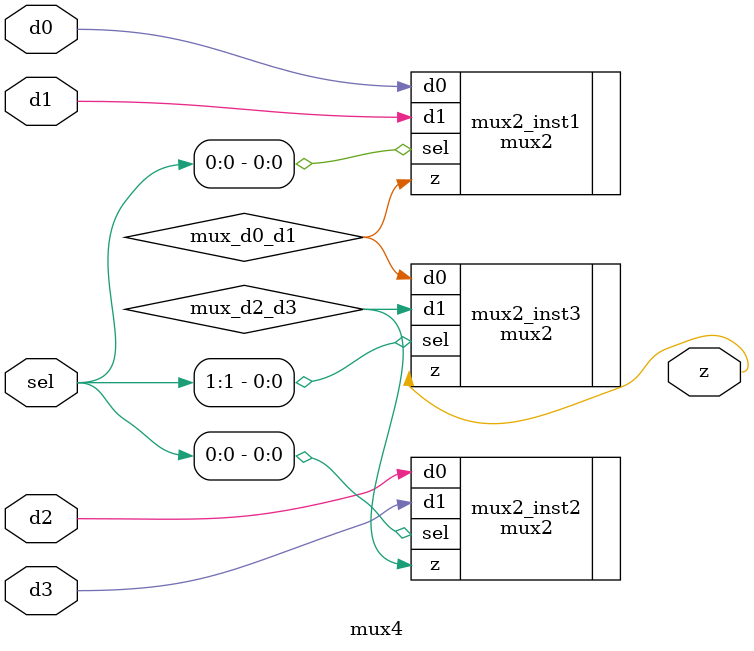
<source format=sv>
module mux4 (
    input logic d0,          // Data input 0
    input logic d1,          // Data input 1
    input logic d2,          // Data input 2
    input logic d3,          // Data input 3
    input logic [1:0] sel,   // Select input
    output logic z           // Output
);

// ------------------

	logic mux_d0_d1; 
	logic mux_d2_d3;

	mux2 mux2_inst1 (
				.z(mux_d0_d1),
				.sel(sel[0]),
				.d0(d0),
				.d1(d1)
			);

	mux2 mux2_inst2 (
				.z(mux_d2_d3),
				.sel(sel[0]),
				.d0(d2),
				.d1(d3)
			);

	mux2 mux2_inst3 (
				.z(z),
				.sel(sel[1]),
				.d0(mux_d0_d1),
				.d1(mux_d2_d3)
			);

endmodule

</source>
